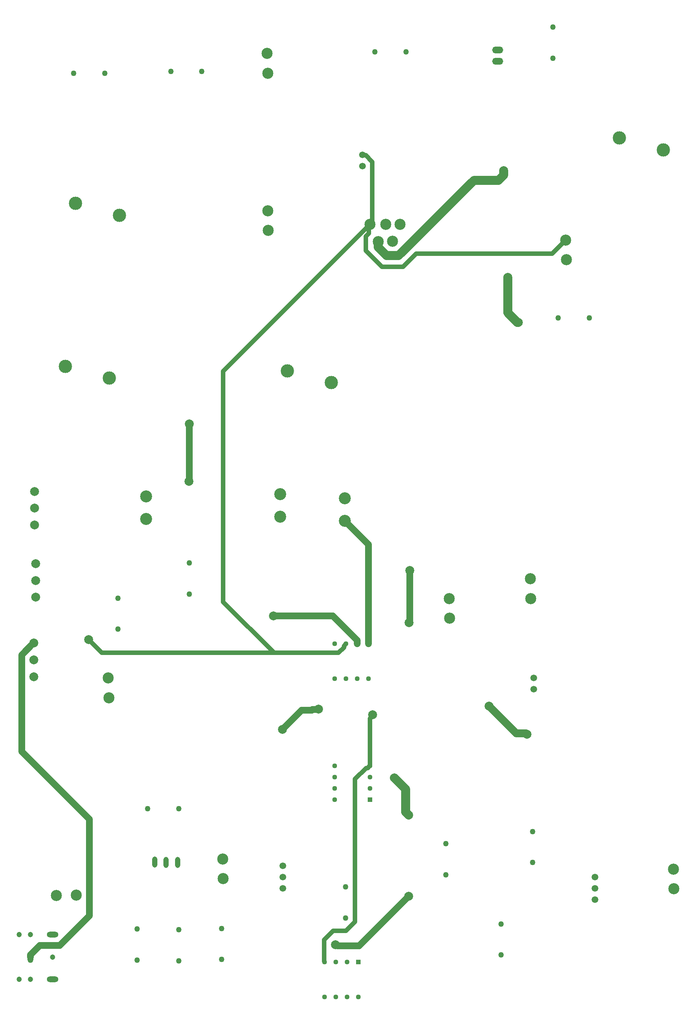
<source format=gtl>
G04*
G04 #@! TF.GenerationSoftware,Altium Limited,Altium Designer,25.4.2 (15)*
G04*
G04 Layer_Physical_Order=1*
G04 Layer_Color=255*
%FSLAX44Y44*%
%MOMM*%
G71*
G04*
G04 #@! TF.SameCoordinates,B37D86E9-8EB0-469F-8F7F-38126ABF2200*
G04*
G04*
G04 #@! TF.FilePolarity,Positive*
G04*
G01*
G75*
%ADD30C,1.0000*%
%ADD31C,1.5000*%
%ADD32C,2.0000*%
%ADD33C,1.8000*%
%ADD34C,2.0000*%
%ADD35O,2.5000X1.5000*%
%ADD36C,3.0000*%
%ADD37C,1.5000*%
%ADD38O,1.2000X2.5000*%
%ADD39C,2.5000*%
%ADD40C,1.2580*%
%ADD41O,1.3080X2.6160*%
%ADD42O,2.6160X1.3080*%
%ADD43C,1.2000*%
%ADD44C,1.1300*%
%ADD45R,1.1300X1.1300*%
%ADD46R,1.1300X1.1300*%
%ADD47C,2.7000*%
D30*
X949020Y645160D02*
Y752004D01*
X955040Y758024D01*
Y760730D01*
X847090Y203530D02*
Y203882D01*
X846220Y204752D02*
X847090Y203882D01*
X846220Y204752D02*
Y252925D01*
X866478Y273183D01*
X895112D01*
X915370Y293441D01*
Y615314D01*
X940467Y640410D01*
X943918D01*
X948668Y645160D01*
X949020D01*
X733120Y900100D02*
X741680D01*
X618490Y1014730D02*
X733120Y900100D01*
X741680D02*
X878503D01*
X618490Y1014730D02*
Y1534517D01*
X949633Y1865660D01*
X344500Y900100D02*
X741680D01*
X878503D02*
X890600Y912197D01*
X314960Y929640D02*
X344500Y900100D01*
X1023927Y1769641D02*
X1053376Y1799091D01*
X940034Y1805899D02*
X976292Y1769641D01*
X1023927D01*
X940034Y1805899D02*
Y1837982D01*
X1053376Y1799091D02*
X1359671D01*
X1390650Y1830070D01*
X946763Y1862790D02*
X949633Y1865660D01*
X946763Y1844710D02*
Y1862790D01*
X940034Y1837982D02*
X946763Y1844710D01*
X949633Y1865660D02*
Y1869719D01*
X954680Y1874766D01*
Y2005760D01*
X939557Y2020883D02*
X954680Y2005760D01*
X933137Y2020883D02*
X939557D01*
X932180Y2021840D02*
X933137Y2020883D01*
X895350Y920398D02*
Y920750D01*
X890600Y915648D02*
X895350Y920398D01*
X890600Y912197D02*
Y915648D01*
D31*
X946150Y920750D02*
Y1144270D01*
X892810Y1197610D02*
X946150Y1144270D01*
X920750Y920750D02*
Y928089D01*
X865859Y982980D02*
X920750Y928089D01*
X731520Y982980D02*
X865859D01*
X541655Y1287145D02*
Y1415415D01*
X542290Y1416050D01*
X541020Y1286510D02*
X541655Y1287145D01*
X832163Y772473D02*
X833120Y773430D01*
X819463Y772473D02*
X832163D01*
X817880Y770890D02*
X819463Y772473D01*
X795020Y770890D02*
X817880D01*
X751840Y727710D02*
X795020Y770890D01*
X871220Y242570D02*
X873760D01*
X876300Y240030D01*
X924560D01*
X1036320Y351790D01*
X190879Y921920D02*
X191770D01*
X164270Y895311D02*
X190879Y921920D01*
X164270Y677747D02*
Y895311D01*
Y677747D02*
X317020Y524997D01*
Y307432D02*
Y524997D01*
X250178Y240590D02*
X317020Y307432D01*
X205020Y240590D02*
X250178D01*
X183680Y219250D02*
X205020Y240590D01*
X183680Y214630D02*
Y219250D01*
X1037590Y967740D02*
X1038860Y969010D01*
Y1085850D01*
D32*
X1004570Y618490D02*
X1029970Y593090D01*
Y541020D02*
Y593090D01*
Y541020D02*
X1036320Y534670D01*
X1250950Y1976406D02*
Y1986280D01*
X1239234Y1964690D02*
X1250950Y1976406D01*
X1183620Y1964690D02*
X1239234D01*
X1013571Y1794641D02*
X1183620Y1964690D01*
X986647Y1794641D02*
X1013571D01*
X967609Y1813679D02*
X986647Y1794641D01*
X967609Y1813679D02*
Y1826515D01*
X967534Y1826591D02*
X967609Y1826515D01*
X1281430Y1644650D02*
X1283970D01*
X1259840Y1666240D02*
X1281430Y1644650D01*
X1259840Y1666240D02*
Y1746250D01*
D33*
X1300480Y718820D02*
X1303020Y716280D01*
X1278890Y718820D02*
X1300480D01*
X1217930Y779780D02*
X1278890Y718820D01*
D34*
X193040Y1187650D02*
D03*
Y1225650D02*
D03*
Y1263650D02*
D03*
X191770Y845920D02*
D03*
Y883920D02*
D03*
Y921920D02*
D03*
X195580Y1024990D02*
D03*
Y1062990D02*
D03*
Y1100990D02*
D03*
X955040Y760730D02*
D03*
X731520Y982980D02*
D03*
X542290Y1416050D02*
D03*
X541020Y1286510D02*
D03*
X833120Y773430D02*
D03*
X751840Y727710D02*
D03*
X871220Y242570D02*
D03*
X1036320Y351790D02*
D03*
X1004570Y618490D02*
D03*
X1036320Y534670D02*
D03*
X1250950Y1986280D02*
D03*
X1037590Y967740D02*
D03*
X1038860Y1085850D02*
D03*
X1283970Y1644650D02*
D03*
X1259840Y1746250D02*
D03*
X1303020Y716280D02*
D03*
X1217930Y779780D02*
D03*
X314960Y929640D02*
D03*
D35*
X1236980Y2258060D02*
D03*
Y2232660D02*
D03*
D36*
X862330Y1508760D02*
D03*
X763270Y1535430D02*
D03*
X262890Y1545590D02*
D03*
X361950Y1518920D02*
D03*
X1511300Y2059940D02*
D03*
X1610360Y2033270D02*
D03*
X285750Y1912620D02*
D03*
X384810Y1885950D02*
D03*
D37*
X1456690Y344170D02*
D03*
Y369570D02*
D03*
Y394970D02*
D03*
X753110Y369570D02*
D03*
Y394970D02*
D03*
Y420370D02*
D03*
X932180Y1996440D02*
D03*
Y2021840D02*
D03*
X1318260Y817880D02*
D03*
Y843280D02*
D03*
D38*
X515620Y427990D02*
D03*
X489484Y427886D02*
D03*
X464345Y428354D02*
D03*
D39*
X967534Y1826591D02*
D03*
X1000109Y1827141D02*
D03*
X949633Y1865660D02*
D03*
X984606Y1865136D02*
D03*
X1017417Y1865132D02*
D03*
X242570Y353060D02*
D03*
X287020Y354330D02*
D03*
X617220Y435610D02*
D03*
X618490Y391160D02*
D03*
X1633220Y412750D02*
D03*
X1634490Y368300D02*
D03*
X359410Y843280D02*
D03*
X360680Y798830D02*
D03*
X1127760Y1022350D02*
D03*
X1129030Y977900D02*
D03*
X1391920Y1785620D02*
D03*
X1390650Y1830070D02*
D03*
X720090Y1851660D02*
D03*
X718820Y1896110D02*
D03*
X1310640Y1066800D02*
D03*
X1311910Y1022350D02*
D03*
X717550Y2250440D02*
D03*
X718820Y2205990D02*
D03*
D40*
X448160Y548640D02*
D03*
X518160D02*
D03*
X424180Y277570D02*
D03*
Y207570D02*
D03*
X518160Y275740D02*
D03*
Y205740D02*
D03*
X614680Y278840D02*
D03*
Y208840D02*
D03*
X1315720Y497280D02*
D03*
Y427280D02*
D03*
X1120140Y469900D02*
D03*
Y399900D02*
D03*
X1244600Y219000D02*
D03*
Y289000D02*
D03*
X894080Y372260D02*
D03*
Y302260D02*
D03*
X542290Y1102510D02*
D03*
Y1032510D02*
D03*
X381000Y953060D02*
D03*
Y1023060D02*
D03*
X1443430Y1654810D02*
D03*
X1373430D02*
D03*
X1361440Y2239570D02*
D03*
Y2309570D02*
D03*
X281230Y2205990D02*
D03*
X351230D02*
D03*
X570230Y2209800D02*
D03*
X500230D02*
D03*
X1030680Y2254250D02*
D03*
X960680D02*
D03*
D41*
X183680Y214630D02*
D03*
D42*
X233680Y164630D02*
D03*
Y264630D02*
D03*
D43*
X158680D02*
D03*
X183680D02*
D03*
X233680Y214630D02*
D03*
X158680Y164630D02*
D03*
X183680D02*
D03*
D44*
X869620Y568960D02*
D03*
Y594360D02*
D03*
Y619760D02*
D03*
Y645160D02*
D03*
X949020D02*
D03*
Y619760D02*
D03*
Y594360D02*
D03*
X923290Y124130D02*
D03*
X897890D02*
D03*
X872490D02*
D03*
X847090D02*
D03*
Y203530D02*
D03*
X872490D02*
D03*
X897890D02*
D03*
X946150Y841350D02*
D03*
X920750D02*
D03*
X895350D02*
D03*
X869950D02*
D03*
Y920750D02*
D03*
X895350D02*
D03*
X920750D02*
D03*
D45*
X949020Y568960D02*
D03*
D46*
X923290Y203530D02*
D03*
X946150Y920750D02*
D03*
D47*
X892810Y1248410D02*
D03*
Y1197610D02*
D03*
X746760Y1206500D02*
D03*
Y1257300D02*
D03*
X444500Y1201420D02*
D03*
Y1252220D02*
D03*
M02*

</source>
